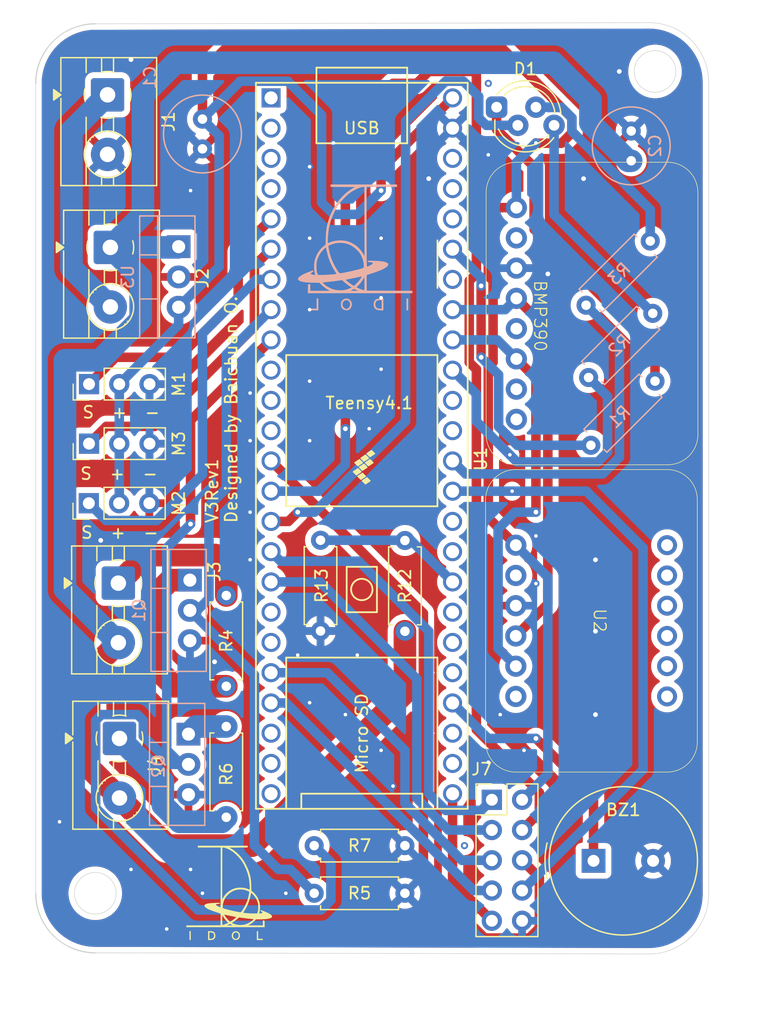
<source format=kicad_pcb>
(kicad_pcb (version 20241229) (generator "pcbnew") (generator_version "9.0")
  (layers (0 "F.Cu" signal) (2 "B.Cu" signal) (13 "F.Paste" user) (15 "B.Paste" user) (5 "F.SilkS" user "F.Silkscreen") (7 "B.SilkS" user "B.Silkscreen") (1 "F.Mask" user) (3 "B.Mask" user) (25 "Edge.Cuts" user))
  (net 0 "")
  (net 2 "GND")
  (net 3 "+5V")
  (net 4 "/SDA")
  (net 8 "/SCL")
  (net 9 "/BUZZER")
  (net 10 "+12V")
  (net 11 "+3.3V")
  (net 12 "Net-(D1-GRN)")
  (net 13 "Net-(D1-BLU)")
  (net 14 "Net-(D1-RED)")
  (net 15 "+BATT")
  (net 16 "Net-(J3-Pin_1)")
  (net 17 "Net-(J4-Pin_1)")
  (net 18 "/HEADER1")
  (net 19 "/HEADER4")
  (net 20 "/MOSI")
  (net 21 "/HEADER5")
  (net 22 "/MISO")
  (net 23 "/HEADER3")
  (net 24 "/HEADER2")
  (net 25 "/SCK")
  (net 26 "/SERVO1")
  (net 27 "/SERVO3")
  (net 28 "/SERVO2")
  (net 29 "Net-(Q1-D)")
  (net 30 "/PYRO1")
  (net 31 "/PYRO2")
  (net 32 "Net-(Q2-D)")
  (net 33 "/RED")
  (net 34 "/BLU")
  (net 35 "/GRN")
  (net 36 "/VOLTAGE")
  (net 62 "/CS")
  (footprint "Connector_PinHeader_2.54mm:PinHeader_2x05_P2.54mm_Vertical" (layer "F.Cu") (at 194.298207 104.149646)
    (property "Reference" "J7" (at -0.861828 -2.564282 0) (layer "F.SilkS"))
    (property "Value" "~")
    (pad "1" thru_hole rect (at 0 0) (size 1.7 1.7) (drill 1) (layers "*.Cu" "*.Mask") (net 18 "/HEADER1"))
    (pad "2" thru_hole oval (at 2.54 0) (size 1.7 1.7) (drill 1) (layers "*.Cu" "*.Mask") (net 3 "+5V"))
    (pad "3" thru_hole oval (at 0 2.54) (size 1.7 1.7) (drill 1) (layers "*.Cu" "*.Mask") (net 24 "/HEADER2"))
    (pad "4" thru_hole oval (at 2.54 2.54) (size 1.7 1.7) (drill 1) (layers "*.Cu" "*.Mask") (net 22 "/MISO"))
    (pad "5" thru_hole oval (at 0 5.079999) (size 1.7 1.7) (drill 1) (layers "*.Cu" "*.Mask") (net 23 "/HEADER3"))
    (pad "6" thru_hole oval (at 2.54 5.08) (size 1.7 1.7) (drill 1) (layers "*.Cu" "*.Mask") (net 20 "/MOSI"))
    (pad "7" thru_hole oval (at 0 7.62) (size 1.7 1.7) (drill 1) (layers "*.Cu" "*.Mask") (net 19 "/HEADER4"))
    (pad "8" thru_hole oval (at 2.54 7.62) (size 1.7 1.7) (drill 1) (layers "*.Cu" "*.Mask") (net 25 "/SCK"))
    (pad "9" thru_hole oval (at 0 10.16) (size 1.7 1.7) (drill 1) (layers "*.Cu" "*.Mask") (net 21 "/HEADER5"))
    (pad "10" thru_hole oval (at 2.54 10.16) (size 1.7 1.7) (drill 1) (layers "*.Cu" "*.Mask") (net 2 "GND"))
  )
  (footprint "Resistor_THT:R_Axial_DIN0207_L6.3mm_D2.5mm_P7.62mm_Horizontal" (layer "F.Cu") (at 187 112 180)
    (property "Reference" "R5" (at 3.81 0 0) (layer "F.SilkS"))
    (property "Value" "1k")
    (pad "1" thru_hole circle (at 0 0 180) (size 1.6 1.6) (drill 0.8) (layers "*.Cu" "*.Mask") (net 2 "GND"))
    (pad "2" thru_hole oval (at 7.62 0 180) (size 1.6 1.6) (drill 0.8) (layers "*.Cu" "*.Mask") (net 30 "/PYRO1"))
  )
  (footprint "Resistor_THT:R_Axial_DIN0207_L6.3mm_D2.5mm_P7.62mm_Horizontal" (layer "F.Cu") (at 172 98 -90)
    (property "Reference" "R6" (at 4 0 90) (layer "F.SilkS"))
    (property "Value" "1ohm")
    (pad "1" thru_hole circle (at 0 0 270) (size 1.6 1.6) (drill 0.8) (layers "*.Cu" "*.Mask") (net 32 "Net-(Q2-D)"))
    (pad "2" thru_hole oval (at 7.62 0 270) (size 1.6 1.6) (drill 0.8) (layers "*.Cu" "*.Mask") (net 17 "Net-(J4-Pin_1)"))
  )
  (footprint "Resistor_THT:R_Axial_DIN0207_L6.3mm_D2.5mm_P7.62mm_Horizontal" (layer "F.Cu") (at 179.913507 82.361001 -90)
    (property "Reference" "R13" (at 3.81 -0.086493 90) (layer "F.SilkS"))
    (property "Value" "100K")
    (pad "1" thru_hole circle (at 0 0 270) (size 1.6 1.6) (drill 0.8) (layers "*.Cu" "*.Mask") (net 36 "/VOLTAGE"))
    (pad "2" thru_hole oval (at 7.62 0 270) (size 1.6 1.6) (drill 0.8) (layers "*.Cu" "*.Mask") (net 2 "GND"))
  )
  (footprint "Buzzer_Beeper:Buzzer_TDK_PS1240P02BT_D12.2mm_H6.5mm" (layer "F.Cu") (at 202.836628 109.278116)
    (property "Reference" "BZ1" (at 2.5 -4.278116 0) (layer "F.SilkS"))
    (property "Value" "Buzzer")
    (pad "1" thru_hole rect (at 0 0) (size 2 2) (drill 1) (layers "*.Cu" "*.Mask") (net 9 "/BUZZER"))
    (pad "2" thru_hole circle (at 5 0) (size 2 2) (drill 1) (layers "*.Cu" "*.Mask") (net 2 "GND"))
  )
  (footprint "Resistor_THT:R_Axial_DIN0207_L6.3mm_D2.5mm_P7.62mm_Horizontal" (layer "F.Cu") (at 172 94.62 90)
    (property "Reference" "R4" (at 3.81 0 90) (layer "F.SilkS"))
    (property "Value" "1ohm")
    (pad "1" thru_hole circle (at 0 0 90) (size 1.6 1.6) (drill 0.8) (layers "*.Cu" "*.Mask") (net 29 "Net-(Q1-D)"))
    (pad "2" thru_hole oval (at 7.62 0 90) (size 1.6 1.6) (drill 0.8) (layers "*.Cu" "*.Mask") (net 16 "Net-(J3-Pin_1)"))
  )
  (footprint "TerminalBlock:TerminalBlock_MaiXu_MX126-5.0-02P_1x02_P5.00mm" (layer "F.Cu") (at 163.0325 99 -90)
    (property "Reference" "J4" (at 2.25 -2.9675 90) (layer "F.SilkS"))
    (property "Value" "PYRO2")
    (pad "1" thru_hole roundrect (at 0 0 270) (size 2.8 2.8) (drill 1.3) (layers "*.Cu" "*.Mask") (roundrect_rratio 0.089286) (net 17 "Net-(J4-Pin_1)"))
    (pad "2" thru_hole circle (at 5 0 270) (size 2.8 2.8) (drill 1.3) (layers "*.Cu" "*.Mask") (net 10 "+12V"))
  )
  (footprint "MPU6050:MPU6050" (layer "F.Cu") (at 202.85589 89.082613 -90)
    (property "Reference" "U2" (at 0 -0.499999 270) (layer "F.SilkS") (effects (font (thickness 0.1))))
    (property "Value" "~")
    (pad "1" thru_hole circle (at -6.3076 6.544) (size 1.778 1.778) (drill 1) (layers "*.Cu" "*.Mask") (net 3 "+5V"))
    (pad "2" thru_hole circle (at -3.7676 6.544) (size 1.778 1.778) (drill 1) (layers "*.Cu" "*.Mask"))
    (pad "3" thru_hole circle (at -1.2276 6.544) (size 1.778 1.778) (drill 1) (layers "*.Cu" "*.Mask") (net 2 "GND"))
    (pad "4" thru_hole circle (at 1.3124 6.544) (size 1.778 1.778) (drill 1) (layers "*.Cu" "*.Mask") (net 8 "/SCL"))
    (pad "5" thru_hole circle (at 3.8524 6.544) (size 1.778 1.778) (drill 1) (layers "*.Cu" "*.Mask") (net 4 "/SDA"))
    (pad "6" thru_hole circle (at 6.3924 6.544) (size 1.778 1.778) (drill 1) (layers "*.Cu" "*.Mask"))
    (pad "10" thru_hole circle (at -6.3076 -6.156) (size 1.6764 1.6764) (drill 1) (layers "*.Cu" "*.Mask"))
    (pad "11" thru_hole circle (at -3.7676 -6.156) (size 1.6764 1.6764) (drill 1) (layers "*.Cu" "*.Mask"))
    (pad "12" thru_hole circle (at -1.2276 -6.156) (size 1.6764 1.6764) (drill 1) (layers "*.Cu" "*.Mask"))
    (pad "13" thru_hole circle (at 1.3124 -6.156) (size 1.6764 1.6764) (drill 1) (layers "*.Cu" "*.Mask"))
    (pad "14" thru_hole circle (at 3.8524 -6.156) (size 1.6764 1.6764) (drill 1) (layers "*.Cu" "*.Mask"))
    (pad "15" thru_hole circle (at 6.3924 -6.156) (size 1.6764 1.6764) (drill 1) (layers "*.Cu" "*.Mask"))
  )
  (footprint "TerminalBlock:TerminalBlock_MaiXu_MX126-5.0-02P_1x02_P5.00mm" (layer "F.Cu") (at 162.263055 57.769444 -90)
    (property "Reference" "J2" (at 2.583333 -7.736945 90) (layer "F.SilkS"))
    (property "Value" "SWITCH")
    (pad "1" thru_hole roundrect (at 0 0 270) (size 2.8 2.8) (drill 1.3) (layers "*.Cu" "*.Mask") (roundrect_rratio 0.089286) (net 10 "+12V"))
    (pad "2" thru_hole circle (at 5 0 270) (size 2.8 2.8) (drill 1.3) (layers "*.Cu" "*.Mask") (net 15 "+BATT"))
  )
  (footprint "Resistor_THT:R_Axial_DIN0207_L6.3mm_D2.5mm_P7.62mm_Horizontal" (layer "F.Cu") (at 187 82.38 -90)
    (property "Reference" "R12" (at 3.81 0 90) (layer "F.SilkS"))
    (property "Value" "1M")
    (pad "1" thru_hole circle (at 0 0 270) (size 1.6 1.6) (drill 0.8) (layers "*.Cu" "*.Mask") (net 36 "/VOLTAGE"))
    (pad "2" thru_hole oval (at 7.62 0 270) (size 1.6 1.6) (drill 0.8) (layers "*.Cu" "*.Mask") (net 10 "+12V"))
  )
  (footprint "smol logo" (layer "F.Cu") (at 172 112)
    (property "Reference" "G***" (hide yes))
    (property "Value" "LOGO" (hide yes))
  )
  (footprint "Connector_PinHeader_2.54mm:PinHeader_1x03_P2.54mm_Vertical" (layer "F.Cu") (at 160.46 79.25 90)
    (property "Reference" "M2" (at 0 7.54 90) (layer "F.SilkS"))
    (property "Value" "Motor_Servo")
    (pad "1" thru_hole rect (at 0 0 90) (size 1.7 1.7) (drill 1) (layers "*.Cu" "*.Mask") (net 27 "/SERVO3"))
    (pad "2" thru_hole oval (at 0 2.54 90) (size 1.7 1.7) (drill 1) (layers "*.Cu" "*.Mask") (net 3 "+5V"))
    (pad "3" thru_hole oval (at 0 5.079999 90) (size 1.7 1.7) (drill 1) (layers "*.Cu" "*.Mask") (net 2 "GND"))
  )
  (footprint "TerminalBlock:TerminalBlock_MaiXu_MX126-5.0-02P_1x02_P5.00mm" (layer "F.Cu") (at 162.0325 44.961806 -90)
    (property "Reference" "J1" (at 2.25 -5.12 90) (layer "F.SilkS"))
    (property "Value" "PWR_IN")
    (pad "1" thru_hole roundrect (at 0 0 270) (size 2.8 2.8) (drill 1.3) (layers "*.Cu" "*.Mask") (roundrect_rratio 0.089286) (net 15 "+BATT"))
    (pad "2" thru_hole circle (at 5 0 270) (size 2.8 2.8) (drill 1.3) (layers "*.Cu" "*.Mask") (net 2 "GND"))
  )
  (footprint "Connector_PinHeader_2.54mm:PinHeader_1x03_P2.54mm_Vertical" (layer "F.Cu") (at 160.475 74.25 90)
    (property "Reference" "M3" (at 0 7.54 90) (layer "F.SilkS"))
    (property "Value" "Motor_Servo")
    (pad "1" thru_hole rect (at 0 0 90) (size 1.7 1.7) (drill 1) (layers "*.Cu" "*.Mask") (net 28 "/SERVO2"))
    (pad "2" thru_hole oval (at 0 2.54 90) (size 1.7 1.7) (drill 1) (layers "*.Cu" "*.Mask") (net 3 "+5V"))
    (pad "3" thru_hole oval (at 0 5.079999 90) (size 1.7 1.7) (drill 1) (layers "*.Cu" "*.Mask") (net 2 "GND"))
  )
  (footprint "BMP390:BMP390" (layer "F.Cu") (at 202.358795 63.523791 -90)
    (property "Reference" "BMP390" (at 0 4 270) (layer "F.SilkS") (effects (font (thickness 0.1))))
    (property "Value" "BMP390" (hide yes))
    (pad "1" thru_hole circle (at -9.09 6) (size 1.778 1.778) (drill 1) (layers "*.Cu" "*.Mask") (net 3 "+5V"))
    (pad "2" thru_hole circle (at -6.55 6) (size 1.778 1.778) (drill 1) (layers "*.Cu" "*.Mask"))
    (pad "3" thru_hole circle (at -4.01 6) (size 1.778 1.778) (drill 1) (layers "*.Cu" "*.Mask") (net 2 "GND"))
    (pad "4" thru_hole circle (at -1.47 6) (size 1.778 1.778) (drill 1) (layers "*.Cu" "*.Mask") (net 8 "/SCL"))
    (pad "5" thru_hole circle (at 1.07 6) (size 1.778 1.778) (drill 1) (layers "*.Cu" "*.Mask"))
    (pad "6" thru_hole circle (at 3.61 6) (size 1.778 1.778) (drill 1) (layers "*.Cu" "*.Mask") (net 4 "/SDA"))
    (pad "7" thru_hole circle (at 6.15 6) (size 1.778 1.778) (drill 1) (layers "*.Cu" "*.Mask"))
    (pad "8" thru_hole circle (at 8.69 6) (size 1.778 1.778) (drill 1) (layers "*.Cu" "*.Mask"))
  )
  (footprint "Resistor_THT:R_Axial_DIN0207_L6.3mm_D2.5mm_P7.62mm_Horizontal" (layer "F.Cu") (at 187 108 180)
    (property "Reference" "R7" (at 3.81 0 0) (layer "F.SilkS"))
    (property "Value" "1k")
    (pad "1" thru_hole circle (at 0 0 180) (size 1.6 1.6) (drill 0.8) (layers "*.Cu" "*.Mask") (net 2 "GND"))
    (pad "2" thru_hole oval (at 7.62 0 180) (size 1.6 1.6) (drill 0.8) (layers "*.Cu" "*.Mask") (net 31 "/PYRO2"))
  )
  (footprint "teensy:Teensy41" (layer "F.Cu") (at 183.38 74.43 -90)
    (property "Reference" "U1" (at 1.113982 -9.992837 90) (layer "F.SilkS"))
    (property "Value" "Teensy4.1" (at -3.59 -0.62 180) (layer "F.SilkS"))
    (fp_text user "Micro SD" (at 24.130001 0 90) (layer "F.SilkS"))
    (fp_text user "USB" (at -26.67 0 0) (layer "F.SilkS"))
    (pad "1" thru_hole rect (at -29.21 7.62 270) (size 1.6 1.6) (drill 1.1) (layers "*.Cu" "*.Mask"))
    (pad "2" thru_hole circle (at -26.67 7.62 270) (size 1.6 1.6) (drill 1.1) (layers "*.Cu" "*.Mask"))
    (pad "3" thru_hole circle (at -24.13 7.62 270) (size 1.6 1.6) (drill 1.1) (layers "*.Cu" "*.Mask"))
    (pad "4" thru_hole circle (at -21.59 7.62 270) (size 1.6 1.6) (drill 1.1) (layers "*.Cu" "*.Mask"))
    (pad "5" thru_hole circle (at -19.05 7.62 270) (size 1.6 1.6) (drill 1.1) (layers "*.Cu" "*.Mask") (net 26 "/SERVO1"))
    (pad "6" thru_hole circle (at -16.51 7.62 270) (size 1.6 1.6) (drill 1.1) (layers "*.Cu" "*.Mask") (net 28 "/SERVO2"))
    (pad "7" thru_hole circle (at -13.97 7.62 270) (size 1.6 1.6) (drill 1.1) (layers "*.Cu" "*.Mask") (net 27 "/SERVO3"))
    (pad "8" thru_hole circle (at -11.43 7.62 270) (size 1.6 1.6) (drill 1.1) (layers "*.Cu" "*.Mask") (net 30 "/PYRO1"))
    (pad "9" thru_hole circle (at -8.89 7.62 270) (size 1.6 1.6) (drill 1.1) (layers "*.Cu" "*.Mask") (net 31 "/PYRO2"))
    (pad "10" thru_hole circle (at -6.35 7.62 270) (size 1.6 1.6) (drill 1.1) (layers "*.Cu" "*.Mask"))
    (pad "11" thru_hole circle (at -3.81 7.62 270) (size 1.6 1.6) (drill 1.1) (layers "*.Cu" "*.Mask"))
    (pad "12" thru_hole circle (at -1.27 7.62 270) (size 1.6 1.6) (drill 1.1) (layers "*.Cu" "*.Mask") (net 62 "/CS"))
    (pad "13" thru_hole circle (at 1.27 7.62 270) (size 1.6 1.6) (drill 1.1) (layers "*.Cu" "*.Mask") (net 20 "/MOSI"))
    (pad "14" thru_hole circle (at 3.81 7.62 270) (size 1.6 1.6) (drill 1.1) (layers "*.Cu" "*.Mask") (net 22 "/MISO"))
    (pad "15" thru_hole circle (at 6.35 7.62 270) (size 1.6 1.6) (drill 1.1) (layers "*.Cu" "*.Mask") (net 11 "+3.3V"))
    (pad "16" thru_hole circle (at 8.89 7.62 270) (size 1.6 1.6) (drill 1.1) (layers "*.Cu" "*.Mask") (net 18 "/HEADER1"))
    (pad "17" thru_hole circle (at 11.43 7.62 270) (size 1.6 1.6) (drill 1.1) (layers "*.Cu" "*.Mask") (net 24 "/HEADER2"))
    (pad "18" thru_hole circle (at 13.97 7.62 270) (size 1.6 1.6) (drill 1.1) (layers "*.Cu" "*.Mask"))
    (pad "19" thru_hole circle (at 16.51 7.62 270) (size 1.6 1.6) (drill 1.1) (layers "*.Cu" "*.Mask"))
    (pad "20" thru_hole circle (at 19.05 7.62 270) (size 1.6 1.6) (drill 1.1) (layers "*.Cu" "*.Mask") (net 23 "/HEADER3"))
    (pad "21" thru_hole circle (at 21.59 7.62 270) (size 1.6 1.6) (drill 1.1) (layers "*.Cu" "*.Mask") (net 19 "/HEADER4"))
    (pad "22" thru_hole circle (at 24.13 7.62 270) (size 1.6 1.6) (drill 1.1) (layers "*.Cu" "*.Mask"))
    (pad "23" thru_hole circle (at 26.67 7.62 270) (size 1.6 1.6) (drill 1.1) (layers "*.Cu" "*.Mask"))
    (pad "24" thru_hole circle (at 29.21 7.62 270) (size 1.6 1.6) (drill 1.1) (layers "*.Cu" "*.Mask"))
    (pad "25" thru_hole circle (at 29.21 -7.62 270) (size 1.6 1.6) (drill 1.1) (layers "*.Cu" "*.Mask") (net 21 "/HEADER5"))
    (pad "26" thru_hole circle (at 26.67 -7.62 270) (size 1.6 1.6) (drill 1.1) (layers "*.Cu" "*.Mask"))
    (pad "27" thru_hole circle (at 24.13 -7.62 270) (size 1.6 1.6) (drill 1.1) (layers "*.Cu" "*.Mask"))
    (pad "28" thru_hole circle (at 21.59 -7.62 270) (size 1.6 1.6) (drill 1.1) (layers "*.Cu" "*.Mask") (net 9 "/BUZZER"))
    (pad "29" thru_hole circle (at 19.05 -7.62 270) (size 1.6 1.6) (drill 1.1) (layers "*.Cu" "*.Mask"))
    (pad "30" thru_hole circle (at 16.51 -7.62 270) (size 1.6 1.6) (drill 1.1) (layers "*.Cu" "*.Mask"))
    (pad "31" thru_hole circle (at 13.97 -7.62 270) (size 1.6 1.6) (drill 1.1) (layers "*.Cu" "*.Mask"))
    (pad "32" thru_hole circle (at 11.43 -7.62 270) (size 1.6 1.6) (drill 1.1) (layers "*.Cu" "*.Mask") (net 36 "/VOLTAGE"))
    (pad "33" thru_hole circle (at 8.89 -7.62 270) (size 1.6 1.6) (drill 1.1) (layers "*.Cu" "*.Mask"))
    (pad "34" thru_hole circle (at 6.35 -7.62 270) (size 1.6 1.6) (drill 1.1) (layers "*.Cu" "*.Mask"))
    (pad "35" thru_hole circle (at 3.81 -7.62 270) (size 1.6 1.6) (drill 1.1) (layers "*.Cu" "*.Mask") (net 25 "/SCK"))
    (pad "36" thru_hole circle (at 1.27 -7.62 270) (size 1.6 1.6) (drill 1.1) (layers "*.Cu" "*.Mask") (net 35 "/GRN"))
    (pad "37" thru_hole circle (at -1.27 -7.62 270) (size 1.6 1.6) (drill 1.1) (layers "*.Cu" "*.Mask"))
    (pad "38" thru_hole circle (at -3.81 -7.62 270) (size 1.6 1.6) (drill 1.1) (layers "*.Cu" "*.Mask"))
    (pad "39" thru_hole circle (at -6.35 -7.62 270) (size 1.6 1.6) (drill 1.1) (layers "*.Cu" "*.Mask") (net 34 "/BLU"))
    (pad "40" thru_hole circle (at -8.89 -7.62 270) (size 1.6 1.6) (drill 1.1) (layers "*.Cu" "*.Mask") (net 4 "/SDA"))
    (pad "41" thru_hole circle (at -11.43 -7.62 270) (size 1.6 1.6) (drill 1.1) (layers "*.Cu" "*.Mask") (net 8 "/SCL"))
    (pad "42" thru_hole circle (at -13.97 -7.62 270) (size 1.6 1.6) (drill 1.1) (layers "*.Cu" "*.Mask"))
    (pad "43" thru_hole circle (at -16.51 -7.62 270) (size 1.6 1.6) (drill 1.1) (layers "*.Cu" "*.Mask") (net 33 "/RED"))
    (pad "44" thru_hole circle (at -19.05 -7.62 270) (size 1.6 1.6) (drill 1.1) (layers "*.Cu" "*.Mask"))
    (pad "45" thru_hole circle (at -21.59 -7.62 270) (size 1.6 1.6) (drill 1.1) (layers "*.Cu" "*.Mask"))
    (pad "46" thru_hole circle (at -24.13 -7.62 270) (size 1.6 1.6) (drill 1.1) (layers "*.Cu" "*.Mask"))
    (pad "47" thru_hole circle (at -26.67 -7.62 270) (size 1.6 1.6) (drill 1.1) (layers "*.Cu" "*.Mask") (net 2 "GND"))
    (pad "48" thru_hole circle (at -29.21 -7.62 270) (size 1.6 1.6) (drill 1.1) (layers "*.Cu" "*.Mask") (net 3 "+5V"))
  )
  (footprint "LED_THT:LED_D5.0mm-4_RGB_Staggered_Pins" (layer "F.Cu") (at 194.698 46)
    (property "Reference" "D1" (at 2.413 -3.198 0) (layer "F.SilkS"))
    (property "Value" "~")
    (pad "1" thru_hole roundrect (at 0 0) (size 1.8 1.8) (drill 0.9) (layers "*.Cu" "*.Mask") (net 14 "Net-(D1-RED)"))
    (pad "2" thru_hole circle (at 1.778 1.524) (size 1.8 1.8) (drill 0.9) (layers "*.Cu" "*.Mask") (net 11 "+3.3V"))
    (pad "3" thru_hole circle (at 3.302 0) (size 1.8 1.8) (drill 0.9) (layers "*.Cu" "*.Mask") (net 12 "Net-(D1-GRN)"))
    (pad "4" thru_hole circle (at 4.826 1.524) (size 1.8 1.8) (drill 0.9) (layers "*.Cu" "*.Mask") (net 13 "Net-(D1-BLU)"))
  )
  (footprint "TerminalBlock:TerminalBlock_MaiXu_MX126-5.0-02P_1x02_P5.00mm" (layer "F.Cu") (at 162.934927 85.961806 -90)
    (property "Reference" "J3" (at -0.961806 -8.065073 90) (layer "F.SilkS"))
    (property "Value" "PYRO1")
    (pad "1" thru_hole roundrect (at 0 0 270) (size 2.8 2.8) (drill 1.3) (layers "*.Cu" "*.Mask") (roundrect_rratio 0.089286) (net 16 "Net-(J3-Pin_1)"))
    (pad "2" thru_hole circle (at 5 0 270) (size 2.8 2.8) (drill 1.3) (layers "*.Cu" "*.Mask") (net 10 "+12V"))
  )
  (footprint "Connector_PinHeader_2.54mm:PinHeader_1x03_P2.54mm_Vertical" (layer "F.Cu") (at 160.475 69.25 90)
    (property "Reference" "M1" (at 0 7.525 90) (layer "F.SilkS"))
    (property "Value" "Motor_Servo")
    (pad "1" thru_hole rect (at 0 0 90) (size 1.7 1.7) (drill 1) (layers "*.Cu" "*.Mask") (net 26 "/SERVO1"))
    (pad "2" thru_hole oval (at 0 2.54 90) (size 1.7 1.7) (drill 1) (layers "*.Cu" "*.Mask") (net 3 "+5V"))
    (pad "3" thru_hole oval (at 0 5.079999 90) (size 1.7 1.7) (drill 1) (layers "*.Cu" "*.Mask") (net 2 "GND"))
  )
  (footprint "Capacitor_THT:C_Radial_D6.3mm_H5.0mm_P2.50mm" (layer "B.Cu") (at 170 47 -90)
    (property "Reference" "C1" (at -3.5 4.4 90) (layer "B.SilkS") (effects (justify mirror)))
    (property "Value" "1uF")
    (pad "1" thru_hole circle (at 0 0 270) (size 1.6 1.6) (drill 0.8) (layers "*.Cu" "*.Mask") (net 3 "+5V"))
    (pad "2" thru_hole circle (at 2.5 0 270) (size 1.6 1.6) (drill 0.8) (layers "*.Cu" "*.Mask") (net 2 "GND"))
  )
  (footprint "Resistor_THT:R_Axial_DIN0207_L6.3mm_D2.5mm_P7.62mm_Horizontal" (layer "B.Cu") (at 207.811955 63.309963 -135)
    (property "Reference" "R2" (at 3.890496 0.086209 45) (layer "B.SilkS") (effects (justify mirror)))
    (property "Value" "40ohm")
    (pad "1" thru_hole circle (at 0 0 225) (size 1.6 1.6) (drill 0.8) (layers "*.Cu" "*.Mask") (net 13 "Net-(D1-BLU)"))
    (pad "2" thru_hole oval (at 7.62 0 225) (size 1.6 1.6) (drill 0.8) (layers "*.Cu" "*.Mask") (net 34 "/BLU"))
  )
  (footprint "Capacitor_THT:C_Radial_D6.3mm_H5.0mm_P2.50mm" (layer "B.Cu") (at 206 50.5 90)
    (property "Reference" "C2" (at 1.25 2 90) (layer "B.SilkS") (effects (justify mirror)))
    (property "Value" "10uF")
    (pad "1" thru_hole circle (at 0 0 90) (size 1.6 1.6) (drill 0.8) (layers "*.Cu" "*.Mask") (net 10 "+12V"))
    (pad "2" thru_hole circle (at 2.5 0 90) (size 1.6 1.6) (drill 0.8) (layers "*.Cu" "*.Mask") (net 2 "GND"))
  )
  (footprint "Package_TO_SOT_THT:TO-220-3_Vertical" (layer "B.Cu") (at 168.945 85.71 -90)
    (property "Reference" "Q1" (at 2.54 4.27 90) (layer "B.SilkS") (effects (justify mirror)))
    (property "Value" "NMOS")
    (pad "1" thru_hole rect (at 0 0 270) (size 1.905 2) (drill 1.1) (layers "*.Cu" "*.Mask") (net 29 "Net-(Q1-D)"))
    (pad "2" thru_hole oval (at 2.54 0 270) (size 1.905 2) (drill 1.1) (layers "*.Cu" "*.Mask") (net 30 "/PYRO1"))
    (pad "3" thru_hole oval (at 5.079999 0 270) (size 1.905 2) (drill 1.1) (layers "*.Cu" "*.Mask") (net 2 "GND"))
  )
  (footprint "med logo" (layer "B.Cu") (at 183.150494 57.817833 180)
    (property "Reference" "G***" (hide yes))
    (property "Value" "LOGO" (hide yes))
  )
  (footprint "Resistor_THT:R_Axial_DIN0207_L6.3mm_D2.5mm_P7.62mm_Horizontal" (layer "B.Cu") (at 208 69 -135)
    (property "Reference" "R1" (at 4.242641 0 45) (layer "B.SilkS") (effects (justify mirror)))
    (property "Value" "40ohm")
    (pad "1" thru_hole circle (at 0 0 225) (size 1.6 1.6) (drill 0.8) (layers "*.Cu" "*.Mask") (net 14 "Net-(D1-RED)"))
    (pad "2" thru_hole oval (at 7.62 0 225) (size 1.6 1.6) (drill 0.8) (layers "*.Cu" "*.Mask") (net 33 "/RED"))
  )
  (footprint "Package_TO_SOT_THT:TO-220-3_Vertical" (layer "B.Cu") (at 168.824698 98.63918 -90)
    (property "Reference" "Q2" (at 2.685624 2.52414 90) (layer "B.SilkS") (effects (justify mirror)))
    (property "Value" "NMOS")
    (pad "1" thru_hole rect (at 0 0 270) (size 1.905 2) (drill 1.1) (layers "*.Cu" "*.Mask") (net 32 "Net-(Q2-D)"))
    (pad "2" thru_hole oval (at 2.54 0 270) (size 1.905 2) (drill 1.1) (layers "*.Cu" "*.Mask") (net 31 "/PYRO2"))
    (pad "3" thru_hole oval (at 5.079999 0 270) (size 1.905 2) (drill 1.1) (layers "*.Cu" "*.Mask") (net 2 "GND"))
  )
  (footprint "Resistor_THT:R_Axial_DIN0207_L6.3mm_D2.5mm_P7.62mm_Horizontal" (layer "B.Cu") (at 207.59924 57.238878 -135)
    (property "Reference" "R3" (at 3.790348 -0.114468 45) (layer "B.SilkS") (effects (justify mirror)))
    (property "Value" "40ohm")
    (pad "1" thru_hole circle (at 0 0 225) (size 1.6 1.6) (drill 0.8) (layers "*.Cu" "*.Mask") (net 12 "Net-(D1-GRN)"))
    (pad "2" thru_hole oval (at 7.62 0 225) (size 1.6 1.6) (drill 0.8) (layers "*.Cu" "*.Mask") (net 35 "/GRN"))
  )
  (footprint "Package_TO_SOT_THT:TO-220-3_Vertical" (layer "B.Cu") (at 168 57.71 -90)
    (property "Reference" "U3" (at 2.54 4.27 90) (layer "B.SilkS") (effects (justify mirror)))
    (property "Value" "LM7805_TO220")
    (pad "1" thru_hole rect (at 0 0 270) (size 1.905 2) (drill 1.1) (layers "*.Cu" "*.Mask") (net 10 "+12V"))
    (pad "2" thru_hole oval (at 2.54 0 270) (size 1.905 2) (drill 1.1) (layers "*.Cu" "*.Mask") (net 2 "GND"))
    (pad "3" thru_hole oval (at 5.079999 0 270) (size 1.905 2) (drill 1.1) (layers "*.Cu" "*.Mask") (net 3 "+5V"))
  )
  (gr_arc (start 207.467789 38.903244) (mid 211.024127 40.356236) (end 212.5 43.90314) (stroke (width 0.05)) (layer "Edge.Cuts"))
  (gr_circle (center 208 43) (end 209.75 43) (stroke (width 0.05)) (fill no) (layer "Edge.Cuts"))
  (gr_line (start 156 112) (end 156 44) (stroke (width 0.05)) (layer "Edge.Cuts"))
  (gr_line (start 207.519999 117.09686) (end 161 117) (stroke (width 0.05)) (layer "Edge.Cuts"))
  (gr_arc (start 156 44) (mid 157.464466 40.464466) (end 161 39) (stroke (width 0.1)) (layer "Edge.Cuts"))
  (gr_arc (start 212.5 112.09686) (mid 211.035534 115.632394) (end 207.5 117.09686) (stroke (width 0.05)) (layer "Edge.Cuts"))
  (gr_arc (start 161 117) (mid 157.464466 115.535534) (end 156 112) (stroke (width 0.1)) (layer "Edge.Cuts"))
  (gr_circle (center 161 112) (end 162.75 112) (stroke (width 0.05)) (fill no) (layer "Edge.Cuts"))
  (gr_line (start 161 39) (end 207.5 38.90314) (stroke (width 0.05)) (layer "Edge.Cuts"))
  (gr_line (start 212.5 43.90314) (end 212.5 112.0969) (stroke (width 0.05)) (layer "Edge.Cuts"))
  (gr_text "S  +  -" (at 159.652636 77.354448 0) (layer "F.SilkS") (effects (font (size 1 1)) (justify left bottom)))
  (gr_text "S  +  -" (at 159.836573 72.204201 0) (layer "F.SilkS") (effects (font (size 1 1)) (justify left bottom)))
  (gr_text "S  +  -" (at 159.719522 82.304035 0) (layer "F.SilkS") (effects (font (size 1 1)) (justify left bottom)))
  (gr_text "V3Rev1\nDesigned by Baichuan O." (at 173 81 90) (layer "F.SilkS") (effects (font (size 1 1)) (justify left bottom)))
  (via (at 194 44) (size 0.6) (drill 0.3) (layers "F.Cu" "B.Cu") (net 0))
  (via (at 192 108) (size 0.6) (drill 0.3) (layers "F.Cu" "B.Cu") (net 0))
  (via (at 195 97) (size 0.6) (drill 0.3) (layers "F.Cu" "B.Cu") (net 2))
  (via (at 198 86) (size 0.6) (drill 0.3) (layers "F.Cu" "B.Cu") (net 2))
  (via (at 203 97) (size 0.8) (drill 0.4) (layers "F.Cu" "B.Cu") (net 2))
  (via (at 179 57) (size 0.6) (drill 0.3) (layers "F.Cu" "B.Cu") (net 2))
  (via (at 164 42) (size 0.8) (drill 0.4) (layers "F.Cu" "B.Cu") (net 2))
  (via (at 182 97) (size 0.6) (drill 0.3) (layers "F.Cu" "B.Cu") (net 2))
  (via (at 171.015991 92.565134) (size 0.8) (drill 0.4) (layers "F.Cu" "B.Cu") (net 2))
  (via (at 164 110) (size 0.6) (drill 0.3) (layers "F.Cu" "B.Cu") (net 2))
  (via (at 174 74) (size 0.6) (drill 0.3) (layers "F.Cu" "B.Cu") (net 2))
  (via (at 205 43) (size 0.8) (drill 0.4) (layers "F.Cu" "B.Cu") (net 2))
  (via (at 179 51) (size 0.6) (drill 0.3) (layers "F.Cu" "B.Cu") (net 2))
  (via (at 194 50) (size 0.6) (drill 0.3) (layers "F.Cu" "B.Cu") (net 2))
  (via (at 174 70) (size 0.6) (drill 0.3) (layers "F.Cu" "B.Cu") (net 2))
  (via (at 161.458567 82.370922) (size 0.8) (drill 0.4) (layers "F.Cu" "B.Cu") (net 2))
  (via (at 197 100) (size 0.6) (drill 0.3) (layers "F.Cu" "B.Cu") (net 2))
  (via (at 158 106) (size 0.6) (drill 0.3) (layers "F.Cu" "B.Cu") (net 2))
  (via (at 174 80) (size 0.6) (drill 0.3) (layers "F.Cu" "B.Cu") (net 2))
  (via (at 194 101) (size 0.6) (drill 0.3) (layers "F.Cu" "B.Cu") (net 2))
  (via (at 203 84) (size 0.8) (drill 0.4) (layers "F.Cu" "B.Cu") (net 2))
  (via (at 185 62) (size 0.6) (drill 0.3) (layers "F.Cu" "B.Cu") (net 2))
  (via (at 174 84) (size 0.6) (drill 0.3) (layers "F.Cu" "B.Cu") (net 2))
  (via (at 167 115) (size 0.6) (drill 0.3) (layers "F.Cu" "B.Cu") (net 2))
  (via (at 185 68) (size 0.6) (drill 0.3) (layers "F.Cu" "B.Cu") (net 2))
  (via (at 179 63) (size 0.6) (drill 0.3) (layers "F.Cu" "B.Cu") (net 2))
  (via (at 199 60) (size 0.8) (drill 0.4) (layers "F.Cu" "B.Cu") (net 2))
  (via (at 185 100) (size 0.6) (drill 0.3) (layers "F.Cu" "B.Cu") (net 2))
  (via (at 184 73) (size 0.6) (drill 0.3) (layers "F.Cu" "B.Cu") (net 2))
  (via (at 179 74) (size 0.6) (drill 0.3) (layers "F.Cu" "B.Cu") (net 2))
  (via (at 203 90) (size 0.8) (drill 0.4) (layers "F.Cu" "B.Cu") (net 2))
  (via (at 169 53) (size 0.6) (drill 0.3) (layers "F.Cu" "B.Cu") (net 2))
  (via (at 185 57) (size 0.6) (drill 0.3) (layers "F.Cu" "B.Cu") (net 2))
  (via (at 186 103) (size 0.6) (drill 0.3) (layers "F.Cu" "B.Cu") (net 2))
  (via (at 169 110) (size 0.6) (drill 0.3) (layers "F.Cu" "B.Cu") (net 2))
  (via (at 178 92) (size 0.6) (drill 0.3) (layers "F.Cu" "B.Cu") (net 2))
  (via (at 179 96) (size 0.6) (drill 0.3) (layers "F.Cu" "B.Cu") (net 2))
  (via (at 177 112) (size 0.6) (drill 0.3) (layers "F.Cu" "B.Cu") (net 2))
  (via (at 181 49) (size 0.6) (drill 0.3) (layers "F.Cu" "B.Cu") (net 2))
  (via (at 183 92) (size 0.6) (drill 0.3) (layers "F.Cu" "B.Cu") (net 2))
  (via (at 198 82) (size 0.6) (drill 0.3) (layers "F.Cu" "B.Cu") (net 2))
  (via (at 170 112) (size 0.6) (drill 0.3) (layers "F.Cu" "B.Cu") (net 2))
  (via (at 189 52) (size 0.8) (drill 0.4) (layers "F.Cu" "B.Cu") (net 2))
  (via (at 179 69) (size 0.6) (drill 0.3) (layers "F.Cu" "B.Cu") (net 2))
  (via (at 202 52) (size 0.8) (drill 0.4) (layers "F.Cu" "B.Cu") (net 2))
  (segment (start 196.358795 54.433791) (end 194.566209 54.433791) (width 0.8) (layer "F.Cu") (net 3))
  (segment (start 198.025 49.025) (end 200.145735 49.025) (width 0.8) (layer "F.Cu") (net 3))
  (segment (start 200.145735 49.025) (end 201.025 48.145735) (width 0.8) (layer "F.Cu") (net 3))
  (segment (start 201.025 48.145735) (end 201.025 46.902265) (width 0.8) (layer "F.Cu") (net 3))
  (segment (start 194.566209 54.433791) (end 194 55) (width 0.8) (layer "F.Cu") (net 3))
  (segment (start 194 55) (end 194 60.183372) (width 0.8) (layer "F.Cu") (net 3))
  (segment (start 194.402 60.585372) (end 194.402 67.414628) (width 0.8) (layer "F.Cu") (net 3))
  (segment (start 185 53) (end 185 51.22) (width 0.8) (layer "F.Cu") (net 3))
  (segment (start 172.001 40.999) (end 170 43) (width 0.8) (layer "F.Cu") (net 3))
  (segment (start 194 60.183372) (end 194.402 60.585372) (width 0.8) (layer "F.Cu") (net 3))
  (segment (start 194 80.463123) (end 196.31189 82.775013) (width 0.8) (layer "F.Cu") (net 3))
  (segment (start 201.025 46.902265) (end 195.121735 40.999) (width 0.8) (layer "F.Cu") (net 3))
  (segment (start 194.402 67.414628) (end 194 67.816628) (width 0.8) (layer "F.Cu") (net 3))
  (segment (start 185 51.22) (end 191 45.22) (width 0.8) (layer "F.Cu") (net 3))
  (segment (start 195.121735 40.999) (end 172.001 40.999) (width 0.8) (layer "F.Cu") (net 3))
  (segment (start 198 49) (end 198.025 49.025) (width 0.8) (layer "F.Cu") (net 3))
  (segment (start 170 43) (end 170 47) (width 0.8) (layer "F.Cu") (net 3))
  (segment (start 194 67.816628) (end 194 80.463123) (width 0.8) (layer "F.Cu") (net 3))
  (via (at 198 49) (size 0.6) (drill 0.3) (layers "F.Cu" "B.Cu") (net 3))
  (via (at 185 53) (size 0.8) (drill 0.4) (layers "F.Cu" "B.Cu") (net 3))
  (segment (start 163.015 74.25) (end 163.015 79.235) (width 0.8) (layer "B.Cu") (net 3))
  (segment (start 196.358795 50.641205) (end 198 49) (width 0.8) (layer "B.Cu") (net 3))
  (segment (start 170 47) (end 173.181 43.819) (width 0.8) (layer "B.Cu") (net 3))
  (segment (start 180 46.658) (end 180 54) (width 0.8) (layer "B.Cu") (net 3))
  (segment (start 173.181 43.819) (end 177.161 43.819) (width 0.8) (layer "B.Cu") (net 3))
  (segment (start 183 55) (end 185 53) (width 0.8) (layer "B.Cu") (net 3))
  (segment (start 168 62.789999) (end 168 64.265) (width 0.8) (layer "B.Cu") (net 3))
  (segment (start 196.838207 104.149646) (end 199.001 101.986853) (width 0.8) (layer "B.Cu") (net 3))
  (segment (start 171.401 59.388999) (end 168 62.789999) (width 0.8) (layer "B.Cu") (net 3))
  (segment (start 181 55) (end 183 55) (width 0.8) (layer "B.Cu") (net 3))
  (segment (start 199.001 101.986853) (end 199.001 85.464123) (width 0.8) (layer "B.Cu") (net 3))
  (segment (start 170 47) (end 171.401 48.401) (width 0.8) (layer "B.Cu") (net 3))
  (segment (start 177.161 43.819) (end 180 46.658) (width 0.8) (layer "B.Cu") (net 3))
  (segment (start 168 64.265) (end 163.015 69.25) (width 0.8) (layer "B.Cu") (net 3))
  (segment (start 199.001 85.464123) (end 196.31189 82.775013) (width 0.8) (layer "B.Cu") (net 3))
  (segment (start 163.015 69.25) (end 163.015 74.25) (width 0.8) (layer "B.Cu") (net 3))
  (segment (start 180 54) (end 181 55) (width 0.8) (layer "B.Cu") (net 3))
  (segment (start 196.358795 54.433791) (end 196.358795 50.641205) (width 0.8) (layer "B.Cu") (net 3))
  (segment (start 163.015 79.235) (end 163 79.25) (width 0.8) (layer "B.Cu") (net 3))
  (segment (start 171.401 48.401) (end 171.401 59.388999) (width 0.8) (layer "B.Cu") (net 3))
  (segment (start 198 68.774996) (end 196.358795 67.133791) (width 0.8) (layer "F.Cu") (net 4))
  (segment (start 198 80) (end 198 68.774996) (width 0.8) (layer "F.Cu") (net 4))
  (via (at 198 80) (size 0.8) (drill 0.4) (layers "F.Cu" "B.Cu") (net 4))
  (segment (start 191 65.54) (end 194.765004 65.54) (width 0.8) (layer "B.Cu") (net 4))
  (segment (start 194.765004 65.54) (end 196.358795 67.133791) (width 0.8) (layer "B.Cu") (net 4))
  (segment (start 196.31189 92.935013) (end 194.82189 91.445013) (width 0.8) (layer "B.Cu") (net 4))
  (segment (start 194.82189 81.41811) (end 196.24 80) (width 0.8) (layer "B.Cu") (net 4))
  (segment (start 194.82189 91.445013) (end 194.82189 81.41811) (width 0.8) (layer "B.Cu") (net 4))
  (segment (start 196.24 80) (end 198 80) (width 0.8) (layer "B.Cu") (net 4))
  (segment (start 196.31189 90.395013) (end 199 87.706903) (width 0.8) (layer "F.Cu") (net 8))
  (segment (start 199 64.694996) (end 196.358795 62.053791) (width 0.8) (layer "F.Cu") (net 8))
  (segment (start 199 87.706903) (end 199 64.694996) (width 0.8) (layer "F.Cu") (net 8))
  (segment (start 195.412586 63) (end 196.358795 62.053791) (width 0.8) (layer "B.Cu") (net 8))
  (segment (start 191 63) (end 195.412586 63) (width 0.8) (layer "B.Cu") (net 8))
  (segment (start 202.836628 109.278116) (end 202.836628 103.836628) (width 0.8) (layer "F.Cu") (net 9))
  (segment (start 202.836628 103.836628) (end 198 99) (width 0.8) (layer "F.Cu") (net 9))
  (via (at 198 99) (size 0.8) (drill 0.4) (layers "F.Cu" "B.Cu") (net 9))
  (segment (start 193.98 99) (end 191 96.02) (width 0.8) (layer "B.Cu") (net 9))
  (segment (start 198 99) (end 193.98 99) (width 0.8) (layer "B.Cu") (net 9))
  (segment (start 163.0325 104) (end 167.0325 108) (width 1.9) (layer "F.Cu") (net 10))
  (segment (start 160.4815 101.449) (end 163.0325 104) (width 1.9) (layer "F.Cu") (net 10))
  (segment (start 187 95.159131) (end 187 90) (width 1.9) (layer "F.Cu") (net 10))
  (segment (start 167.0325 108) (end 174.159131 108) (width 1.9) (layer "F.Cu") (net 10))
  (segment (start 162.934927 90.961806) (end 160.4815 93.415233) (width 1.9) (layer "F.Cu") (net 10))
  (segment (start 160.4815 93.415233) (end 160.4815 101.449) (width 1.9) (layer "F.Cu") (net 10))
  (segment (start 174.159131 108) (end 187 95.159131) (width 1.9) (layer "F.Cu") (net 10))
  (segment (start 164.814055 63.826103) (end 161.391158 67.249) (width 1.9) (layer "B.Cu") (net 10))
  (segment (start 202.576 45.382555) (end 202.576 47.335131) (width 1.9) (layer "B.Cu") (net 10))
  (segment (start 158.474 67.249) (end 158.459 67.264) (width 1.9) (layer "B.Cu") (net 10))
  (segment (start 164.814055 60.320444) (end 164.814055 63.826103) (width 1.9) (layer "B.Cu") (net 10))
  (segment (start 161.391158 67.249) (end 158.474 67.249) (width 1.9) (layer "B.Cu") (net 10))
  (segment (start 158.459 67.264) (end 158.459 86.485879) (width 1.9) (layer "B.Cu") (net 10))
  (segment (start 205.740869 50.5) (end 206 50.5) (width 1.9) (layer "B.Cu") (net 10))
  (segment (start 165 45) (end 167.732 42.268) (width 1.9) (layer "B.Cu") (net 10))
  (segment (start 167.732 42.268) (end 199.461445 42.268) (width 1.9) (layer "B.Cu") (net 10))
  (segment (start 167.940556 57.769444) (end 168 57.71) (width 1.9) (layer "B.Cu") (net 10))
  (segment (start 199.461445 42.268) (end 202.576 45.382555) (width 1.9) (layer "B.Cu") (net 10))
  (segment (start 202.576 47.335131) (end 205.740869 50.5) (width 1.9) (layer "B.Cu") (net 10))
  (segment (start 158.459 86.485879) (end 162.934927 90.961806) (width 1.9) (layer "B.Cu") (net 10))
  (segment (start 162.263055 57.769444) (end 165 55.032499) (width 1.9) (layer "B.Cu") (net 10))
  (segment (start 162.263055 57.769444) (end 164.814055 60.320444) (width 1.9) (layer "B.Cu") (net 10))
  (segment (start 162.263055 57.769444) (end 167.940556 57.769444) (width 1.9) (layer "B.Cu") (net 10))
  (segment (start 165 55.032499) (end 165 45) (width 1.9) (layer "B.Cu") (net 10))
  (segment (start 175.76 80.78) (end 177 80.78) (width 0.8) (layer "F.Cu") (net 11))
  (segment (start 177.22 80.78) (end 178 80) (width 0.8) (layer "F.Cu") (net 11))
  (segment (start 177 80.78) (end 177.22 80.78) (width 0.8) (layer "F.Cu") (net 11))
  (via (at 178 80) (size 0.8) (drill 0.4) (layers "F.Cu" "B.Cu") (net 11))
  (segment (start 193.828472 47.524) (end 196.476 47.524) (width 0.8) (layer "B.Cu") (net 11))
  (segment (start 187.059 47.179687) (end 190.419687 43.819) (width 0.8) (layer "B.Cu") (net 11))
  (segment (start 191.908528 43.819) (end 193.197 45.107472) (width 0.8) (layer "B.Cu") (net 11))
  (segment (start 178 80) (end 179.415628 80) (width 0.8) (layer "B.Cu") (net 11))
  (segment (start 187.059 72.356628) (end 187.059 47.179687) (width 0.8) (layer "B.Cu") (net 11))
  (segment (start 193.197 46.892528) (end 193.828472 47.524) (width 0.8) (layer "B.Cu") (net 11))
  (segment (start 179.415628 80) (end 187.059 72.356628) (width 0.8) (layer "B.Cu") (net 11))
  (segment (start 190.419687 43.819) (end 191.908528 43.819) (width 0.8) (layer "B.Cu") (net 11))
  (segment (start 193.197 45.107472) (end 193.197 46.892528) (width 0.8) (layer "B.Cu") (net 11))
  (segment (start 207.59924 57.238878) (end 207.59924 54.59924) (width 0.8) (layer "B.Cu") (net 12))
  (segment (start 200.145735 46.023) (end 199.023 46.023) (width 0.8) (layer "B.Cu") (net 12))
  (segment (start 199.023 46.023) (end 199 46) (width 0.8) (layer "B.Cu") (net 12))
  (segment (start 201.025 48.025) (end 201.025 46.902265) (width 0.8) (layer "B.Cu") (net 12))
  (segment (start 201.025 46.902265) (end 200.145735 46.023) (width 0.8) (layer "B.Cu") (net 12))
  (segment (start 199 46) (end 198 46) (width 0.8) (layer "B.Cu") (net 12))
  (segment (start 207.59924 54.59924) (end 201.025 48.025) (width 0.8) (layer "B.Cu") (net 12))
  (segment (start 199.524 55.022008) (end 199.524 47.524) (width 0.8) (layer "B.Cu") (net 13))
  (segment (start 207.811955 63.309963) (end 199.524 55.022008) (width 0.8) (layer "B.Cu") (net 13))
  (segment (start 194.698 47.868735) (end 194.698 46) (width 0.8) (layer "F.Cu") (net 14))
  (segment (start 208 66.40684) (end 197.848795 56.255635) (width 0.8) (layer "F.Cu") (net 14))
  (segment (start 197.848795 56.255635) (end 197.848795 51.01953) (width 0.8) (layer "F.Cu") (net 14))
  (segment (start 208 69) (end 208 66.40684) (width 0.8) (layer "F.Cu") (net 14))
  (segment (start 197.848795 51.01953) (end 194.698 47.868735) (width 0.8) (layer "F.Cu") (net 14))
  (segment (start 162.0325 44.961806) (end 159 47.994306) (width 1.9) (layer "B.Cu") (net 15))
  (segment (start 159 47.994306) (end 159 59.506389) (width 1.9) (layer "B.Cu") (net 15))
  (segment (start 159 59.506389) (end 162.263055 62.769444) (width 1.9) (layer "B.Cu") (net 15))
  (segment (start 172 84.5105) (end 172 87) (width 1.9) (layer "F.Cu") (net 16))
  (segment (start 165.290233 83.6065) (end 171.096 83.6065) (width 1.9) (layer "F.Cu") (net 16))
  (segment (start 162.934927 85.961806) (end 165.290233 83.6065) (width 1.9) (layer "F.Cu") (net 16))
  (segment (start 171.096 83.6065) (end 172 84.5105) (width 1.9) (layer "F.Cu") (net 16))
  (segment (start 168.083221 106) (end 171.62 106) (width 1.9) (layer "B.Cu") (net 17))
  (segment (start 166.673698 104.590477) (end 168.083221 106) (width 1.9) (layer "B.Cu") (net 17))
  (segment (start 171.62 106) (end 172 105.62) (width 1.9) (layer "B.Cu") (net 17))
  (segment (start 166.673698 102.641198) (end 166.673698 104.590477) (width 1.9) (layer "B.Cu") (net 17))
  (segment (start 163.0325 99) (end 166.673698 102.641198) (width 1.9) (layer "B.Cu") (net 17))
  (segment (start 183.119999 84.119999) (end 176.559999 84.119999) (width 0.8) (layer "B.Cu") (net 18))
  (segment (start 189 90) (end 183.119999 84.119999) (width 0.8) (layer "B.Cu") (net 18))
  (segment (start 194.298207 104.149646) (end 193.406853 105.041) (width 0.8) (layer "B.Cu") (net 18))
  (segment (start 193.406853 105.041) (end 190.419686 105.041) (width 0.8) (layer "B.Cu") (net 18))
  (segment (start 190.419686 105.041) (end 189 103.621314) (width 0.8) (layer "B.Cu") (net 18))
  (segment (start 189 103.621314) (end 189 90) (width 0.8) (layer "B.Cu") (net 18))
  (segment (start 176.559999 84.119999) (end 175.76 83.32) (width 0.8) (layer "B.Cu") (net 18))
  (segment (start 192.769646 111.769646) (end 177.02 96.02) (width 0.8) (layer "B.Cu") (net 19))
  (segment (start 177.02 96.02) (end 175.76 96.02) (width 0.8) (layer "B.Cu") (net 19))
  (segment (start 194.298207 111.769646) (end 192.769646 111.769646) (width 0.8) (layer "B.Cu") (net 19))
  (segment (start 198.289207 110.680646) (end 198.289207 114.91067) (width 0.8) (layer "F.Cu") (net 20))
  (segment (start 196.838207 109.229646) (end 198.289207 110.680646) (width 0.8) (layer "F.Cu") (net 20))
  (segment (start 193.697183 115.760646) (end 188.551 110.614463) (width 0.8) (layer "F.Cu") (net 20))
  (segment (start 197.439231 115.760646) (end 193.697183 115.760646) (width 0.8) (layer "F.Cu") (net 20))
  (segment (start 188.551 88.491) (end 175.76 75.7) (width 0.8) (layer "F.Cu") (net 20))
  (segment (start 198.289207 114.91067) (end 197.439231 115.760646) (width 0.8) (layer "F.Cu") (net 20))
  (segment (start 188.551 110.614463) (end 188.551 88.491) (width 0.8) (layer "F.Cu") (net 20))
  (segment (start 194.298207 114.309646) (end 191 111.011439) (width 0.8) (layer "F.Cu") (net 21))
  (segment (start 191 111.011439) (end 191 103.64) (width 0.8) (layer "F.Cu") (net 21))
  (segment (start 193 59.999) (end 193 43) (width 0.8) (layer "F.Cu") (net 22))
  (segment (start 193 98.259415) (end 193 68.001) (width 0.8) (layer "F.Cu") (net 22))
  (segment (start 189 43) (end 188 44) (width 0.8) (layer "F.Cu") (net 22))
  (segment (start 192.986372 68.001) (end 192.4 67.414628) (width 0.8) (layer "F.Cu") (net 22))
  (segment (start 193 68.001) (end 192.986372 68.001) (width 0.8) (layer "F.Cu") (net 22))
  (segment (start 188 44) (end 186 44) (width 0.8) (layer "F.Cu") (net 22))
  (segment (start 192.4 67.414628) (end 192.4 60.585372) (width 0.8) (layer "F.Cu") (net 22))
  (segment (start 198.289207 103.548622) (end 193 98.259415) (width 0.8) (layer "F.Cu") (net 22))
  (segment (start 196.838207 106.689646) (end 198.289207 105.238646) (width 0.8) (layer "F.Cu") (net 22))
  (segment (start 186 44) (end 182 48) (width 0.8) (layer "F.Cu") (net 22))
  (segment (start 182 48) (end 182 73) (width 0.8) (layer "F.Cu") (net 22))
  (segment (start 192.986372 59.999) (end 193 59.999) (width 0.8) (layer "F.Cu") (net 22))
  (segment (start 192.4 60.585372) (end 192.986372 59.999) (width 0.8) (layer "F.Cu") (net 22))
  (segment (start 193 43) (end 189 43) (width 0.8) (layer "F.Cu") (net 22))
  (segment (start 198.289207 105.238646) (end 198.289207 103.548622) (width 0.8) (layer "F.Cu") (net 22))
  (via (at 182 73) (size 0.8) (drill 0.4) (layers "F.Cu" "B.Cu") (net 22))
  (segment (start 179.76 78.24) (end 175.76 78.24) (width 0.8) (layer "B.Cu") (net 22))
  (segment (start 182 76) (end 179.76 78.24) (width 0.8) (layer "B.Cu") (net 22))
  (segment (start 182 73) (end 182 76) (width 0.8) (layer "B.Cu") (net 22))
  (segment (start 180.48 93.48) (end 175.76 93.48) (width 0.8) (layer "B.Cu") (net 23))
  (segment (start 194.298207 109.229645) (end 191.777075 109.229645) (width 0.8) (layer "B.Cu") (net 23))
  (segment (start 191.777075 109.229645) (end 187 104.45257) (width 0.8) (layer "B.Cu") (net 23))
  (segment (start 187 100) (end 180.48 93.48) (width 0.8) (layer "B.Cu") (net 23))
  (segment (start 187 104.45257) (end 187 100) (width 0.8) (layer "B.Cu") (net 23))
  (segment (start 194.298207 106.689646) (end 190.652704 106.689646) (width 0.8) (layer "B.Cu") (net 24))
  (segment (start 188 94) (end 179.86 85.86) (width 0.8) (layer "B.Cu") (net 24))
  (segment (start 179.86 85.86) (end 175.76 85.86) (width 0.8) (layer "B.Cu") (net 24))
  (segment (start 190.652704 106.689646) (end 188 104.036942) (width 0.8) (layer "B.Cu") (net 24))
  (segment (start 188 104.036942) (end 188 94) (width 0.8) (layer "B.Cu") (net 24))
  (via (at 196 78.24) (size 0.6) (drill 0.3) (layers "F.Cu" "B.Cu") (net 25))
  (segment (start 202.24 78.24) (end 196 78.24) (width 0.8) (layer "B.Cu") (net 25))
  (segment (start 207 101.607853) (end 207 83) (width 0.8) (layer "B.Cu") (net 25))
  (segment (start 207 83) (end 202.24 78.24) (width 0.8) (layer "B.Cu") (net 25))
  (segment (start 196.838207 111.769646) (end 207 101.607853) (width 0.8) (layer "B.Cu") (net 25))
  (segment (start 196 78.24) (end 191 78.24) (width 0.8) (layer "B.Cu") (net 25))
  (segment (start 173 58.14) (end 175.76 55.38) (width 0.8) (layer "F.Cu") (net 26))
  (segment (start 162.725 67) (end 168 67) (width 0.8) (layer "F.Cu") (net 26))
  (segment (start 160.475 69.25) (end 162.725 67) (width 0.8) (layer "F.Cu") (net 26))
  (segment (start 173 62) (end 173 58.14) (width 0.8) (layer "F.Cu") (net 26))
  (segment (start 168 67) (end 173 62) (width 0.8) (layer "F.Cu") (net 26))
  (segment (start 170 76.842023) (end 170 65) (width 0.8) (layer "B.Cu") (net 27))
  (segment (start 166.141023 80.701) (end 170 76.842023) (width 0.8) (layer "B.Cu") (net 27))
  (segment (start 160.46 79.25) (end 161.911 80.701) (width 0.8) (layer "B.Cu") (net 27))
  (segment (start 170 65) (end 174.54 60.46) (width 0.8) (layer "B.Cu") (net 27))
  (segment (start 174.54 60.46) (end 175.76 60.46) (width 0.8) (layer "B.Cu") (net 27))
  (segment (start 161.911 80.701) (end 166.141023 80.701) (width 0.8) (layer "B.Cu") (net 27))
  (segment (start 161.926 72.799) (end 166 72.799) (width 0.8) (layer "F.Cu") (net 28))
  (segment (start 174.359 59.321) (end 175.76 57.92) (width 0.8) (layer "F.Cu") (net 28))
  (segment (start 160.475 74.25) (end 161.926 72.799) (width 0.8) (layer "F.Cu") (net 28))
  (segment (start 174.359 64.44) (end 174.359 59.321) (width 0.8) (layer "F.Cu") (net 28))
  (segment (start 166 72.799) (end 174.359 64.44) (width 0.8) (layer "F.Cu") (net 28))
  (segment (start 172 94.62) (end 167.62 94.62) (width 1.9) (layer "F.Cu") (net 29))
  (segment (start 166 93) (end 166 87) (width 1.9) (layer "F.Cu") (net 29))
  (segment (start 167.29 85.71) (end 168.945 85.71) (width 1.9) (layer "F.Cu") (net 29))
  (segment (start 167.62 94.62) (end 166 93) (width 1.9) (layer "F.Cu") (net 29))
  (segment (start 166 87) (end 167.29 85.71) (width 1.9) (layer "F.Cu") (net 29))
  (segment (start 170.546 87.2635) (end 170.546 79.454) (width 0.8) (layer "B.Cu") (net 30))
  (segment (start 172 78) (end 172 66.76) (width 0.8) (layer "B.Cu") (net 30))
  (segment (start 176.38 110) (end 177.38 110) (width 0.8) (layer "B.Cu") (net 30))
  (segment (start 168.945 88.25) (end 169.5595 88.25) (width 0.8) (layer "B.Cu") (net 30))
  (segment (start 176.38 110) (end 174.359 107.979) (width 0.8) (layer "B.Cu") (net 30))
  (segment (start 177.38 110) (end 179.38 112) (width 0.8) (layer "B.Cu") (net 30))
  (segment (start 169.5595 88.25) (end 170.546 87.2635) (width 0.8) (layer "B.Cu") (net 30))
  (segment (start 170.546 79.454) (end 172 78) (width 0.8) (layer "B.Cu") (net 30))
  (segment (start 174.359 93.664) (end 168.945 88.25) (width 0.8) (layer "B.Cu") (net 30))
  (segment (start 174.359 107.979) (end 174.359 93.664) (width 0.8) (layer "B.Cu") (net 30))
  (segment (start 172 66.76) (end 175.76 63) (width 0.8) (layer "B.Cu") (net 30))
  (segment (start 169 81) (end 169 72.3) (width 0.8) (layer "F.Cu") (net 31))
  (segment (start 169 72.3) (end 175.76 65.54) (width 0.8) (layer "F.Cu") (net 31))
  (via (at 169 81) (size 0.8) (drill 0.4) (layers "F.Cu" "B.Cu") (net 31))
  (segment (start 179.38 108) (end 180.781 109.401) (width 0.8) (layer "B.Cu") (net 31))
  (segment (start 161.0315 97.490576) (end 161.523076 96.999) (width 0.8) (layer "B.Cu") (net 31))
  (segment (start 167.405126 101.17918) (end 168.824698 101.17918) (width 0.8) (layer "B.Cu") (net 31))
  (segment (start 165.0335 97.490576) (end 165.0335 98.807554) (width 0.8) (layer "B.Cu") (net 31))
  (segment (start 180.781 109.401) (end 180.781 112.580314) (width 0.8) (layer "B.Cu") (net 31))
  (segment (start 167 99.968982) (end 167 83) (width 0.8) (layer "B.Cu") (net 31))
  (segment (start 168.824698 101.17918) (end 168.210198 101.17918) (width 0.8) (layer "B.Cu") (net 31))
  (segment (start 180.781 112.580314) (end 179.960314 113.401) (width 0.8) (layer "B.Cu") (net 31))
  (segment (start 161.0315 104.828842) (end 161.0315 97.490576) (width 0.8) (layer "B.Cu") (net 31))
  (segment (start 164.541924 96.999) (end 165.0335 97.490576) (width 0.8) (layer "B.Cu") (net 31))
  (segment (start 168.210198 101.17918) (end 167 99.968982) (width 0.8) (layer "B.Cu") (net 31))
  (segment (start 167 83) (end 169 81) (width 0.8) (layer "B.Cu") (net 31))
  (segment (start 169.603658 113.401) (end 161.0315 104.828842) (width 0.8) (layer "B.Cu") (net 31))
  (segment (start 165.0335 98.807554) (end 167.405126 101.17918) (width 0.8) (layer "B.Cu") (net 31))
  (segment (start 179.960314 113.401) (end 169.603658 113.401) (width 0.8) (layer "B.Cu") (net 31))
  (segment (start 161.523076 96.999) (end 164.541924 96.999) (width 0.8) (layer "B.Cu") (net 31))
  (segment (start 169.463878 98) (end 168.824698 98.63918) (width 1.9) (layer "B.Cu") (net 32))
  (segment (start 172 98) (end 169.463878 98) (width 1.9) (layer "B.Cu") (net 32))
  (segment (start 193.401 67) (end 193.401 61) (width 0.8) (layer "F.Cu") (net 33))
  (via (at 193.401 61) (size 0.8) (drill 0.4) (layers "F.Cu" "B.Cu") (net 33))
  (via (at 193.401 67) (size 0.8) (drill 0.4) (layers "F.Cu" "B.Cu") (net 33))
  (segment (start 193.401 60.321) (end 191 57.92) (width 0.8) (layer "B.Cu") (net 33))
  (segment (start 202.611846 74.388154) (end 196.425979 74.388154) (width 0.8) (layer "B.Cu") (net 33))
  (segment (start 193.401 61) (end 193.401 60.321) (width 0.8) (layer "B.Cu") (net 33))
  (segment (start 194.868795 68.467795) (end 193.401 67) (width 0.8) (layer "B.Cu") (net 33))
  (segment (start 196.425979 74.388154) (end 194.868795 72.83097) (width 0.8) (layer "B.Cu") (net 33))
  (segment (start 194.868795 72.83097) (end 194.868795 68.467795) (width 0.8) (layer "B.Cu") (net 33))
  (via (at 195.811098 75.188902) (size 0.6) (drill 0.3) (layers "F.Cu" "B.Cu") (net 34))
  (segment (start 195.811098 75.188902) (end 193 72.377803) (width 0.8) (layer "B.Cu") (net 34))
  (segment (start 202.423801 68.698117) (end 204.012846 70.287162) (width 0.8) (layer "B.Cu") (net 34))
  (segment (start 193 72.377803) (end 193 70.08) (width 0.8) (layer "B.Cu") (net 34))
  (segment (start 196.411351 75.789154) (end 195.811098 75.188902) (width 0.8) (layer "B.Cu") (net 34))
  (segment (start 193 70.08) (end 191 68.08) (width 0.8) (layer "B.Cu") (net 34))
  (segment (start 204.012846 70.287162) (end 204.012846 74.968468) (width 0.8) (layer "B.Cu") (net 34))
  (segment (start 203.19216 75.789154) (end 196.411351 75.789154) (width 0.8) (layer "B.Cu") (net 34))
  (segment (start 204.012846 74.968468) (end 203.19216 75.789154) (width 0.8) (layer "B.Cu") (net 34))
  (segment (start 205.013846 65.429792) (end 205.013846 75.383096) (width 0.8) (layer "B.Cu") (net 35))
  (segment (start 205.013846 75.383096) (end 203.606788 76.790154) (width 0.8) (layer "B.Cu") (net 35))
  (segment (start 202.211086 62.627032) (end 205.013846 65.429792) (width 0.8) (layer "B.Cu") (net 35))
  (segment (start 203.606788 76.790154) (end 192.090154 76.790154) (width 0.8) (layer "B.Cu") (net 35))
  (segment (start 192.090154 76.790154) (end 191 75.7) (width 0.8) (layer "B.Cu") (net 35))
  (segment (start 179.913507 82.361001) (end 186.981001 82.361001) (width 0.8) (layer "B.Cu") (net 36))
  (segment (start 186.981001 82.361001) (end 187 82.38) (width 0.8) (layer "B.Cu") (net 36))
  (segment (start 187 82.38) (end 187.52 82.38) (width 0.8) (layer "B.Cu") (net 36))
  (segment (start 187.52 82.38) (end 191 85.86) (width 0.8) (layer "B.Cu") (net 36))
  (zone (net 2) (net_name "GND") (layers "F.Cu" "B.Cu") (connect_pads (clearance 0.5)) (min_thickness 0.25) (fill yes (thermal_gap 0.5) (thermal_bridge_width 0.65))
    (polygon (pts (xy 153 37) (xy 217 37) (xy 217 123) (xy 154 123)))
  )
)
</source>
